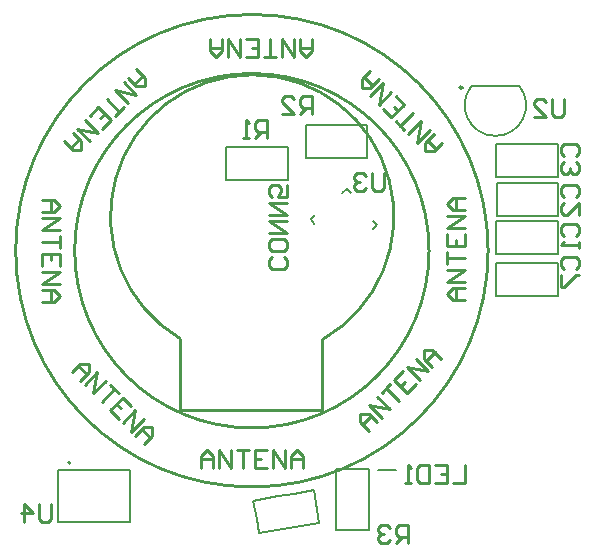
<source format=gbo>
G04 Layer_Color=32896*
%FSLAX24Y24*%
%MOIN*%
G70*
G01*
G75*
%ADD18C,0.0100*%
%ADD37C,0.0098*%
%ADD38C,0.0079*%
%ADD39C,0.0050*%
%ADD40C,0.0080*%
%ADD66C,0.0063*%
D18*
X12654Y6899D02*
G03*
X7885Y6925I-2362J4092D01*
G01*
X16187Y9850D02*
G03*
X16187Y9850I-5906J0D01*
G01*
X18156D02*
G03*
X18156Y9850I-7874J0D01*
G01*
X7900Y4538D02*
Y6900D01*
Y4538D02*
X12624D01*
Y6900D01*
X14181Y3850D02*
X13899Y4133D01*
Y4415D01*
X14181Y4415D01*
X14464Y4133D01*
X14252Y4345D01*
X13969Y4062D01*
X14606Y4274D02*
X14181Y4698D01*
X14888Y4557D01*
X14464Y4981D01*
X14606Y5122D02*
X14888Y5405D01*
X14747Y5264D01*
X15171Y4840D01*
X15312Y5829D02*
X15030Y5547D01*
X15454Y5122D01*
X15737Y5405D01*
X15242Y5334D02*
X15383Y5476D01*
X15878Y5547D02*
X15454Y5971D01*
X16161Y5829D01*
X15737Y6253D01*
X16302Y5971D02*
X16019Y6253D01*
Y6536D01*
X16302D01*
X16585Y6253D01*
X16373Y6465D01*
X16090Y6183D01*
X20700Y14900D02*
Y14400D01*
X20600Y14300D01*
X20400D01*
X20300Y14400D01*
Y14900D01*
X19700Y14300D02*
X20100D01*
X19700Y14700D01*
Y14800D01*
X19800Y14900D01*
X20000D01*
X20100Y14800D01*
X11350Y9650D02*
X11450Y9550D01*
Y9350D01*
X11350Y9250D01*
X10950D01*
X10850Y9350D01*
Y9550D01*
X10950Y9650D01*
X11450Y10150D02*
Y9950D01*
X11350Y9850D01*
X10950D01*
X10850Y9950D01*
Y10150D01*
X10950Y10250D01*
X11350D01*
X11450Y10150D01*
X10850Y10450D02*
X11450D01*
X10850Y10849D01*
X11450D01*
X10850Y11049D02*
X11450D01*
X10850Y11449D01*
X11450D01*
Y12049D02*
Y11649D01*
X11150D01*
X11250Y11849D01*
Y11949D01*
X11150Y12049D01*
X10950D01*
X10850Y11949D01*
Y11749D01*
X10950Y11649D01*
X20700Y9250D02*
X20600Y9350D01*
Y9550D01*
X20700Y9650D01*
X21100D01*
X21200Y9550D01*
Y9350D01*
X21100Y9250D01*
X20600Y9050D02*
Y8650D01*
X20700D01*
X21100Y9050D01*
X21200D01*
X15500Y100D02*
Y700D01*
X15200D01*
X15100Y600D01*
Y400D01*
X15200Y300D01*
X15500D01*
X15300D02*
X15100Y100D01*
X14900Y600D02*
X14800Y700D01*
X14600D01*
X14500Y600D01*
Y500D01*
X14600Y400D01*
X14700D01*
X14600D01*
X14500Y300D01*
Y200D01*
X14600Y100D01*
X14800D01*
X14900Y200D01*
X17400Y2700D02*
Y2100D01*
X17000D01*
X16400Y2700D02*
X16800D01*
Y2100D01*
X16400D01*
X16800Y2400D02*
X16600D01*
X16200Y2700D02*
Y2100D01*
X15900D01*
X15801Y2200D01*
Y2600D01*
X15900Y2700D01*
X16200D01*
X15601Y2100D02*
X15401D01*
X15501D01*
Y2700D01*
X15601Y2600D01*
X20700Y10350D02*
X20600Y10450D01*
Y10650D01*
X20700Y10750D01*
X21100D01*
X21200Y10650D01*
Y10450D01*
X21100Y10350D01*
X21200Y10150D02*
Y9950D01*
Y10050D01*
X20600D01*
X20700Y10150D01*
Y11650D02*
X20600Y11750D01*
Y11950D01*
X20700Y12050D01*
X21100D01*
X21200Y11950D01*
Y11750D01*
X21100Y11650D01*
X21200Y11050D02*
Y11450D01*
X20800Y11050D01*
X20700D01*
X20600Y11150D01*
Y11350D01*
X20700Y11450D01*
Y13000D02*
X20600Y13100D01*
Y13300D01*
X20700Y13400D01*
X21100D01*
X21200Y13300D01*
Y13100D01*
X21100Y13000D01*
X20700Y12800D02*
X20600Y12700D01*
Y12500D01*
X20700Y12400D01*
X20800D01*
X20900Y12500D01*
Y12600D01*
Y12500D01*
X21000Y12400D01*
X21100D01*
X21200Y12500D01*
Y12700D01*
X21100Y12800D01*
X10800Y13600D02*
Y14200D01*
X10500D01*
X10400Y14100D01*
Y13900D01*
X10500Y13800D01*
X10800D01*
X10600D02*
X10400Y13600D01*
X10200D02*
X10000D01*
X10100D01*
Y14200D01*
X10200Y14100D01*
X12300Y14400D02*
Y15000D01*
X12000D01*
X11900Y14900D01*
Y14700D01*
X12000Y14600D01*
X12300D01*
X12100D02*
X11900Y14400D01*
X11300D02*
X11700D01*
X11300Y14800D01*
Y14900D01*
X11400Y15000D01*
X11600D01*
X11700Y14900D01*
X14700Y12450D02*
Y11950D01*
X14600Y11850D01*
X14400D01*
X14300Y11950D01*
Y12450D01*
X14100Y12350D02*
X14000Y12450D01*
X13800D01*
X13700Y12350D01*
Y12250D01*
X13800Y12150D01*
X13900D01*
X13800D01*
X13700Y12050D01*
Y11950D01*
X13800Y11850D01*
X14000D01*
X14100Y11950D01*
X3600Y1400D02*
Y900D01*
X3500Y800D01*
X3300D01*
X3200Y900D01*
Y1400D01*
X2700Y800D02*
Y1400D01*
X3000Y1100D01*
X2600D01*
X16631Y13450D02*
X16349Y13167D01*
X16066D01*
X16066Y13450D01*
X16349Y13733D01*
X16137Y13521D01*
X16419Y13238D01*
X16207Y13874D02*
X15783Y13450D01*
X15925Y14157D01*
X15500Y13733D01*
X15359Y13874D02*
X15076Y14157D01*
X15218Y14016D01*
X15642Y14440D01*
X14652Y14581D02*
X14935Y14298D01*
X15359Y14722D01*
X15076Y15005D01*
X15147Y14510D02*
X15006Y14652D01*
X14935Y15147D02*
X14511Y14722D01*
X14652Y15429D01*
X14228Y15005D01*
X14511Y15571D02*
X14228Y15288D01*
X13945D01*
Y15571D01*
X14228Y15853D01*
X14016Y15641D01*
X14299Y15359D01*
X4281Y5800D02*
X4564Y6083D01*
X4847D01*
X4847Y5800D01*
X4564Y5517D01*
X4776Y5729D01*
X4494Y6012D01*
X4706Y5376D02*
X5130Y5800D01*
X4988Y5093D01*
X5412Y5517D01*
X5554Y5376D02*
X5837Y5093D01*
X5695Y5235D01*
X5271Y4810D01*
X6261Y4669D02*
X5978Y4952D01*
X5554Y4528D01*
X5837Y4245D01*
X5766Y4740D02*
X5907Y4598D01*
X5978Y4103D02*
X6402Y4528D01*
X6261Y3821D01*
X6685Y4245D01*
X6402Y3679D02*
X6685Y3962D01*
X6968D01*
Y3679D01*
X6685Y3397D01*
X6897Y3609D01*
X6614Y3891D01*
X6431Y15900D02*
X6714Y15617D01*
Y15335D01*
X6431Y15335D01*
X6149Y15617D01*
X6361Y15405D01*
X6644Y15688D01*
X6007Y15476D02*
X6431Y15052D01*
X5725Y15193D01*
X6149Y14769D01*
X6007Y14628D02*
X5725Y14345D01*
X5866Y14486D01*
X5442Y14910D01*
X5300Y13921D02*
X5583Y14203D01*
X5159Y14628D01*
X4876Y14345D01*
X5371Y14416D02*
X5230Y14274D01*
X4735Y14203D02*
X5159Y13779D01*
X4452Y13921D01*
X4876Y13497D01*
X4311Y13779D02*
X4594Y13497D01*
Y13214D01*
X4311D01*
X4028Y13497D01*
X4240Y13285D01*
X4523Y13567D01*
X3282Y11550D02*
X3681D01*
X3881Y11350D01*
X3681Y11150D01*
X3282D01*
X3581D01*
Y11550D01*
X3282Y10950D02*
X3881D01*
X3282Y10550D01*
X3881D01*
Y10350D02*
Y9951D01*
Y10150D01*
X3282D01*
X3881Y9351D02*
Y9751D01*
X3282D01*
Y9351D01*
X3581Y9751D02*
Y9551D01*
X3282Y9151D02*
X3881D01*
X3282Y8751D01*
X3881D01*
X3282Y8551D02*
X3681D01*
X3881Y8351D01*
X3681Y8151D01*
X3282D01*
X3581D01*
Y8551D01*
X17382Y8200D02*
X16982D01*
X16782Y8400D01*
X16982Y8600D01*
X17382D01*
X17082D01*
Y8200D01*
X17382Y8800D02*
X16782D01*
X17382Y9200D01*
X16782D01*
Y9400D02*
Y9799D01*
Y9600D01*
X17382D01*
X16782Y10399D02*
Y9999D01*
X17382D01*
Y10399D01*
X17082Y9999D02*
Y10199D01*
X17382Y10599D02*
X16782D01*
X17382Y10999D01*
X16782D01*
X17382Y11199D02*
X16982D01*
X16782Y11399D01*
X16982Y11599D01*
X17382D01*
X17082D01*
Y11199D01*
X8582Y2600D02*
Y3000D01*
X8781Y3200D01*
X8981Y3000D01*
Y2600D01*
Y2900D01*
X8582D01*
X9181Y2600D02*
Y3200D01*
X9581Y2600D01*
Y3200D01*
X9781D02*
X10181D01*
X9981D01*
Y2600D01*
X10781Y3200D02*
X10381D01*
Y2600D01*
X10781D01*
X10381Y2900D02*
X10581D01*
X10981Y2600D02*
Y3200D01*
X11381Y2600D01*
Y3200D01*
X11581Y2600D02*
Y3000D01*
X11780Y3200D01*
X11980Y3000D01*
Y2600D01*
Y2900D01*
X11581D01*
X12282Y16900D02*
Y16500D01*
X12082Y16300D01*
X11882Y16500D01*
Y16900D01*
Y16600D01*
X12282D01*
X11682Y16900D02*
Y16300D01*
X11282Y16900D01*
Y16300D01*
X11082D02*
X10682D01*
X10882D01*
Y16900D01*
X10082Y16300D02*
X10482D01*
Y16900D01*
X10082D01*
X10482Y16600D02*
X10282D01*
X9882Y16900D02*
Y16300D01*
X9482Y16900D01*
Y16300D01*
X9282Y16900D02*
Y16500D01*
X9083Y16300D01*
X8883Y16500D01*
Y16900D01*
Y16600D01*
X9282D01*
D37*
X17307Y15283D02*
G03*
X17307Y15283I-49J0D01*
G01*
D38*
X17593Y15330D02*
G03*
X19207Y15330I807J-630D01*
G01*
X4230Y2774D02*
G03*
X4230Y2774I-39J0D01*
G01*
X17593Y15330D02*
X19207D01*
X10328Y1515D02*
X10437Y895D01*
X11142Y1659D02*
X11685Y1754D01*
X12344Y1871D02*
X12535Y785D01*
X10519Y429D02*
X12535Y785D01*
X10437Y895D02*
X10519Y429D01*
X10328Y1515D02*
X11142Y1659D01*
X11840Y1782D02*
X12344Y1871D01*
X11685Y1754D02*
X11840Y1782D01*
X14183Y1038D02*
Y1196D01*
Y526D02*
Y1038D01*
Y1747D02*
Y2574D01*
X13080D02*
X13553D01*
X13080Y526D02*
Y2574D01*
Y526D02*
X14183D01*
Y1196D02*
Y1747D01*
X13553Y2574D02*
X14183D01*
X12588Y12949D02*
X12746D01*
X12076D02*
X12588D01*
X13297D02*
X14124D01*
Y13579D02*
Y14051D01*
X12076D02*
X14124D01*
X12076Y12949D02*
Y14051D01*
X12746Y12949D02*
X13297D01*
X14124D02*
Y13579D01*
X10804Y13301D02*
X10962D01*
X11474D01*
X9426D02*
X10253Y13301D01*
X9426Y12199D02*
Y12671D01*
Y12199D02*
X11474D01*
Y13301D01*
X10253Y13301D02*
X10804Y13301D01*
X9426Y12671D02*
Y13301D01*
X18938Y8349D02*
X19096D01*
X18426D02*
X18938D01*
X19647D02*
X20474D01*
Y8979D02*
Y9451D01*
X18426D02*
X20474D01*
X18426Y8349D02*
Y9451D01*
X19096Y8349D02*
X19647D01*
X20474D02*
Y8979D01*
X18428Y10221D02*
Y10851D01*
X19254D02*
X19806D01*
X20475Y9749D02*
Y10851D01*
X18428Y9749D02*
X20475D01*
X18428D02*
Y10221D01*
Y10851D02*
X19254D01*
X19963D02*
X20475D01*
X19806D02*
X19963D01*
X18450Y11470D02*
Y12100D01*
X19277D02*
X19828D01*
X20497Y10998D02*
Y12100D01*
X18450Y10998D02*
X20497D01*
X18450D02*
Y11470D01*
Y12100D02*
X19277D01*
X19985D02*
X20497D01*
X19828D02*
X19985D01*
X18426Y12771D02*
Y13401D01*
X19253D02*
X19804D01*
X20474Y12299D02*
Y13401D01*
X18426Y12299D02*
X20474D01*
X18426D02*
Y12771D01*
Y13401D02*
X19253D01*
X19962D02*
X20474D01*
X19804D02*
X19962D01*
D39*
X3820Y2525D02*
X6222D01*
X3820Y796D02*
Y2525D01*
Y796D02*
X6222D01*
Y2525D01*
D40*
X12241Y10897D02*
X12367Y10746D01*
X12241Y10897D02*
X12392Y11024D01*
X13296Y11783D02*
X13447Y11909D01*
X13574Y11759D01*
X14333Y10854D02*
X14459Y10703D01*
X14309Y10576D02*
X14459Y10703D01*
D66*
X14500Y2552D02*
X15091D01*
M02*

</source>
